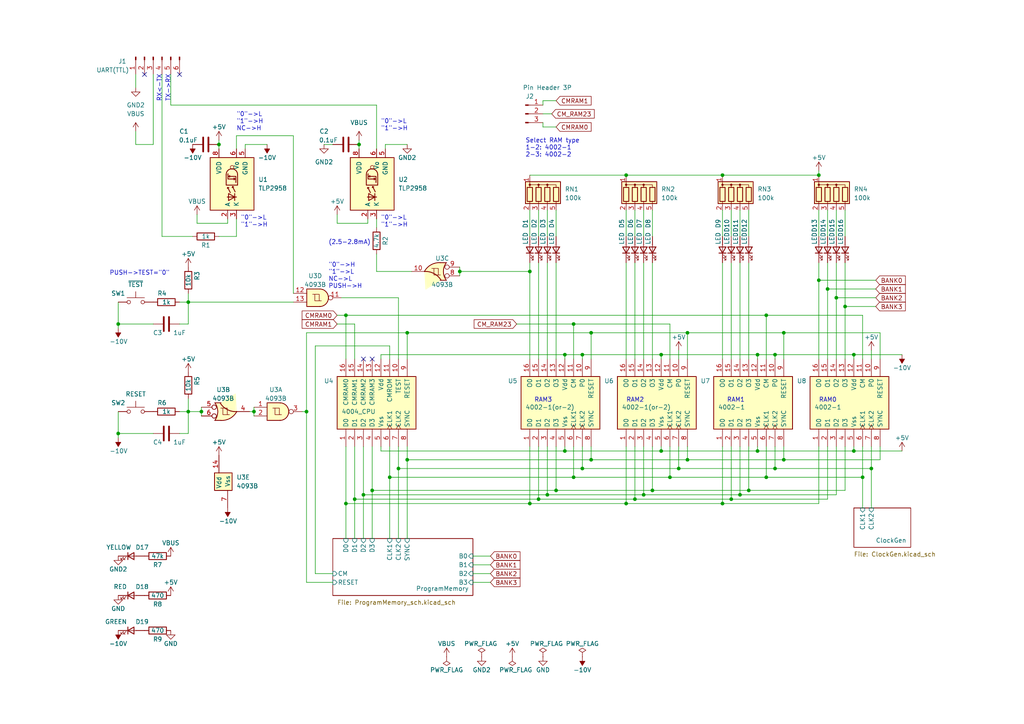
<source format=kicad_sch>
(kicad_sch (version 20211123) (generator eeschema)
  (paper "A4")
  (title_block (title "MSC-4 test board (test4004)") (date "2023-02-24") (rev "1.0") (company "MukaiLab") (comment 1 "Program memory ROM changed: 2716 -> 28C64B(or 2764/256, 28C256)") (comment 2 "Program memory RAM changed: 6116 -> 6268 (or 6168 not tested)"))
  (lib_symbols
    (symbol "000_MyLibrary:4002_RAM"
      (property "Reference" "U" (at -6.35 13.97 0))
      (property "Value" "4002_RAM" (at 0 11.43 0))
      (symbol "4002_RAM_1_0"
        (pin bidirectional line (at -12.7 7.62 0) (length 5.08) (name "D0") (number "1"))
        (pin input line (at 12.7 -7.62 180) (length 5.08) (name "P0") (number "10"))
        (pin input line (at 12.7 -5.08 180) (length 5.08) (name "CM") (number "11"))
        (pin power_in line (at 12.7 -2.54 180) (length 5.08) (name "Vdd") (number "12"))
        (pin output line (at 12.7 0 180) (length 5.08) (name "O3") (number "13"))
        (pin output line (at 12.7 2.54 180) (length 5.08) (name "O2") (number "14"))
        (pin output line (at 12.7 5.08 180) (length 5.08) (name "O1") (number "15"))
        (pin output line (at 12.7 7.62 180) (length 5.08) (name "O0") (number "16"))
        (pin bidirectional line (at -12.7 5.08 0) (length 5.08) (name "D1") (number "2"))
        (pin bidirectional line (at -12.7 2.54 0) (length 5.08) (name "D2") (number "3"))
        (pin bidirectional line (at -12.7 0 0) (length 5.08) (name "D3") (number "4"))
        (pin power_in line (at -12.7 -2.54 0) (length 5.08) (name "Vss") (number "5"))
        (pin input clock (at -12.7 -5.08 0) (length 5.08) (name "CLK1") (number "6"))
        (pin input clock (at -12.7 -7.62 0) (length 5.08) (name "CLK2") (number "7"))
        (pin input line (at -12.7 -10.16 0) (length 5.08) (name "SYNC") (number "8"))
        (pin input line (at 12.7 -10.16 180) (length 5.08) (name "RESET") (number "9"))
      )
    )
    (symbol "000_MyLibrary:4004_CPU"
      (property "Reference" "U" (at -7.62 13.97 0))
      (property "Value" "4004_CPU" (at 0 11.43 0))
      (symbol "4004_CPU_1_0"
        (pin bidirectional line (at -12.7 7.62 0) (length 5.08) (name "D0") (number "1"))
        (pin input line (at 12.7 -7.62 180) (length 5.08) (name "TEST") (number "10"))
        (pin output line (at 12.7 -5.08 180) (length 5.08) (name "CMROM") (number "11"))
        (pin power_in line (at 12.7 -2.54 180) (length 5.08) (name "Vdd") (number "12"))
        (pin output line (at 12.7 0 180) (length 5.08) (name "CMRAM3") (number "13"))
        (pin output line (at 12.7 2.54 180) (length 5.08) (name "CMRAM2") (number "14"))
        (pin output line (at 12.7 5.08 180) (length 5.08) (name "CMRAM1") (number "15"))
        (pin output line (at 12.7 7.62 180) (length 5.08) (name "CMRAM0") (number "16"))
        (pin bidirectional line (at -12.7 5.08 0) (length 5.08) (name "D1") (number "2"))
        (pin bidirectional line (at -12.7 2.54 0) (length 5.08) (name "D2") (number "3"))
        (pin bidirectional line (at -12.7 0 0) (length 5.08) (name "D3") (number "4"))
        (pin power_in line (at -12.7 -2.54 0) (length 5.08) (name "Vss") (number "5"))
        (pin input clock (at -12.7 -5.08 0) (length 5.08) (name "CLK1") (number "6"))
        (pin input clock (at -12.7 -7.62 0) (length 5.08) (name "CLK2") (number "7"))
        (pin output line (at -12.7 -10.16 0) (length 5.08) (name "SYNC") (number "8"))
        (pin input line (at 12.7 -10.16 180) (length 5.08) (name "RESET") (number "9"))
      )
    )
    (symbol "000_MyLibrary:4093B" (pin_names (offset 1.016))
      (property "Reference" "U" (at -1.27 6.35 0))
      (property "Value" "4093B" (at 1.27 3.81 0))
      (symbol "4093B_1_1"
        (pin input line (at -7.62 1.27 0) (length 3.81) (name "~") (number "1"))
        (pin input line (at -7.62 -1.27 0) (length 3.81) (name "~") (number "2"))
        (pin output inverted (at 6.35 0 180) (length 3.81) (name "~") (number "3"))
      )
      (symbol "4093B_1_2"
        (pin input inverted (at -7.62 1.27 0) (length 4.318) (name "~") (number "1"))
        (pin input inverted (at -7.62 -1.27 0) (length 4.318) (name "~") (number "2"))
        (pin output line (at 6.35 0 180) (length 3.81) (name "~") (number "3"))
      )
      (symbol "4093B_2_1"
        (pin output inverted (at 6.35 0 180) (length 3.81) (name "~") (number "4"))
        (pin input line (at -7.62 1.27 0) (length 3.81) (name "~") (number "5"))
        (pin input line (at -7.62 -1.27 0) (length 3.81) (name "~") (number "6"))
      )
      (symbol "4093B_2_2"
        (pin output line (at 6.35 0 180) (length 3.81) (name "~") (number "4"))
        (pin input inverted (at -7.62 1.27 0) (length 4.318) (name "~") (number "5"))
        (pin input inverted (at -7.62 -1.27 0) (length 4.318) (name "~") (number "6"))
      )
      (symbol "4093B_3_1"
        (pin output inverted (at 6.35 0 180) (length 3.81) (name "~") (number "10"))
        (pin input line (at -7.62 1.27 0) (length 3.81) (name "~") (number "8"))
        (pin input line (at -7.62 -1.27 0) (length 3.81) (name "~") (number "9"))
      )
      (symbol "4093B_3_2"
        (pin output line (at 6.35 0 180) (length 3.81) (name "~") (number "10"))
        (pin input inverted (at -7.62 1.27 0) (length 4.318) (name "~") (number "8"))
        (pin input inverted (at -7.62 -1.27 0) (length 4.318) (name "~") (number "9"))
      )
      (symbol "4093B_4_1"
        (pin output inverted (at 6.35 0 180) (length 3.81) (name "~") (number "11"))
        (pin input line (at -7.62 1.27 0) (length 3.81) (name "~") (number "12"))
        (pin input line (at -7.62 -1.27 0) (length 3.81) (name "~") (number "13"))
      )
      (symbol "4093B_4_2"
        (pin output line (at 6.35 0 180) (length 3.81) (name "~") (number "11"))
        (pin input inverted (at -7.62 1.27 0) (length 4.318) (name "~") (number "12"))
        (pin input inverted (at -7.62 -1.27 0) (length 4.318) (name "~") (number "13"))
      )
      (symbol "4093B_5_0"
        (pin power_in line (at -1.27 7.62 270) (length 5.08) (name "Vdd") (number "14"))
        (pin power_in line (at 1.27 -7.62 90) (length 5.08) (name "Vss") (number "7"))
      )
    )
    (symbol "000_MyLibrary:C" (pin_numbers hide) (pin_names (offset 0.254))
      (property "Reference" "C" (at 0.635 2.54 0))
      (property "Value" "C" (at 0.635 -2.54 0))
      (symbol "C_1_1"
        (pin passive line (at 0 3.81 270) (length 2.794) (name "~") (number "1"))
        (pin passive line (at 0 -3.81 90) (length 2.794) (name "~") (number "2"))
      )
    )
    (symbol "000_MyLibrary:Conn_01x03_Male" (pin_names (offset 1.016) hide)
      (property "Reference" "J" (at 0 5.08 0))
      (property "Value" "Conn_01x03_Male" (at 0 -5.08 0))
      (symbol "Conn_01x03_Male_1_1"
        (pin passive line (at 5.08 2.54 180) (length 3.81) (name "Pin_1") (number "1"))
        (pin passive line (at 5.08 0 180) (length 3.81) (name "Pin_2") (number "2"))
        (pin passive line (at 5.08 -2.54 180) (length 3.81) (name "Pin_3") (number "3"))
      )
    )
    (symbol "000_MyLibrary:LED" (pin_numbers hide) (pin_names (offset 1.016) hide)
      (property "Reference" "D" (at 0.254 2.54 0))
      (property "Value" "LED" (at 0.254 -2.54 0))
      (symbol "LED_1_1"
        (pin passive line (at -3.81 0 0) (length 2.54) (name "K") (number "1"))
        (pin passive line (at 3.81 0 180) (length 2.54) (name "A") (number "2"))
      )
    )
    (symbol "000_MyLibrary:R" (pin_numbers hide) (pin_names (offset 0))
      (property "Reference" "R" (at 2.032 0 90))
      (property "Value" "R" (at 0 0 90))
      (symbol "R_1_1"
        (pin passive line (at 0 3.81 270) (length 1.27) (name "~") (number "1"))
        (pin passive line (at 0 -3.81 90) (length 1.27) (name "~") (number "2"))
      )
    )
    (symbol "000_MyLibrary:SW_Push" (pin_numbers hide) (pin_names (offset 1.016) hide)
      (property "Reference" "SW" (at 1.27 2.54 0))
      (property "Value" "SW_Push" (at 0 -1.524 0))
      (symbol "SW_Push_0_1"
        (pin passive line (at -5.08 0 0) (length 2.54) (name "1") (number "1"))
        (pin passive line (at 5.08 0 180) (length 2.54) (name "2") (number "2"))
      )
    )
    (symbol "000_MyLibrary:TLP2958" (pin_names (offset 1.016))
      (property "Reference" "U" (at -6.35 8.89 0))
      (property "Value" "TLP2958" (at 3.81 8.89 0))
      (symbol "TLP2958_1_1"
        (pin no_connect line (at -10.16 5.08 0) (length 2.54) hide (name "NC") (number "1"))
        (pin passive line (at -10.16 2.54 0) (length 2.54) (name "A") (number "2"))
        (pin passive line (at -10.16 0 0) (length 2.54) (name "K") (number "3"))
        (pin no_connect line (at -10.16 -2.54 0) (length 2.54) hide (name "NC") (number "4"))
        (pin power_in line (at 10.16 -2.54 180) (length 2.54) (name "GND") (number "5"))
        (pin output line (at 10.16 0 180) (length 2.54) (name "Vo") (number "6"))
        (pin no_connect line (at 10.16 2.54 180) (length 2.54) hide (name "NC") (number "7"))
        (pin power_in line (at 10.16 5.08 180) (length 2.54) (name "VDD") (number "8"))
      )
    )
    (symbol "Connector:Conn_01x06_Male" (pin_names (offset 1.016) hide)
      (property "Reference" "J" (at 0 7.62 0))
      (property "Value" "Conn_01x06_Male" (at 0 -10.16 0))
      (symbol "Conn_01x06_Male_1_1"
        (pin passive line (at 5.08 5.08 180) (length 3.81) (name "Pin_1") (number "1"))
        (pin passive line (at 5.08 2.54 180) (length 3.81) (name "Pin_2") (number "2"))
        (pin passive line (at 5.08 0 180) (length 3.81) (name "Pin_3") (number "3"))
        (pin passive line (at 5.08 -2.54 180) (length 3.81) (name "Pin_4") (number "4"))
        (pin passive line (at 5.08 -5.08 180) (length 3.81) (name "Pin_5") (number "5"))
        (pin passive line (at 5.08 -7.62 180) (length 3.81) (name "Pin_6") (number "6"))
      )
    )
    (symbol "Device:R_Network04" (pin_names (offset 0) hide)
      (property "Reference" "RN" (at -7.62 0 90))
      (property "Value" "R_Network04" (at 5.08 0 90))
      (symbol "R_Network04_1_1"
        (pin passive line (at -5.08 5.08 270) (length 2.54) (name "common") (number "1"))
        (pin passive line (at -5.08 -5.08 90) (length 1.27) (name "R1") (number "2"))
        (pin passive line (at -2.54 -5.08 90) (length 1.27) (name "R2") (number "3"))
        (pin passive line (at 0 -5.08 90) (length 1.27) (name "R3") (number "4"))
        (pin passive line (at 2.54 -5.08 90) (length 1.27) (name "R4") (number "5"))
      )
    )
    (symbol "power:+5V" (power) (pin_names (offset 0))
      (property "Value" "+5V" (at 0 3.556 0))
      (symbol "+5V_1_1"
        (pin power_in line (at 0 0 90) (length 0) hide (name "+5V") (number "1"))
      )
    )
    (symbol "power:-10V" (power) (pin_names (offset 0))
      (property "Value" "-10V" (at 0 3.81 0))
      (symbol "-10V_0_0"
        (pin power_in line (at 0 0 90) (length 0) hide (name "-10V") (number "1"))
      )
    )
    (symbol "power:GND" (power) (pin_names (offset 0))
      (property "Value" "GND" (at 0 -3.81 0))
      (symbol "GND_1_1"
        (pin power_in line (at 0 0 270) (length 0) hide (name "GND") (number "1"))
      )
    )
    (symbol "power:GND2" (power) (pin_names (offset 0))
      (property "Value" "GND2" (at 0 -3.81 0))
      (symbol "GND2_1_1"
        (pin power_in line (at 0 0 270) (length 0) hide (name "GND2") (number "1"))
      )
    )
    (symbol "power:PWR_FLAG" (power) (pin_numbers hide) (pin_names (offset 0) hide)
      (property "Value" "PWR_FLAG" (at 0 3.81 0))
      (symbol "PWR_FLAG_0_0"
        (pin power_out line (at 0 0 90) (length 0) (name "pwr") (number "1"))
      )
    )
    (symbol "power:VBUS" (power) (pin_names (offset 0))
      (property "Value" "VBUS" (at 0 3.81 0))
      (symbol "VBUS_1_1"
        (pin power_in line (at 0 0 90) (length 0) hide (name "VBUS") (number "1"))
      )
    )
  )
  (junction (at 224.79 102.87))
  (junction (at 168.91 102.87))
  (junction (at 250.19 138.43))
  (junction (at 247.65 102.87))
  (junction (at 54.61 87.63))
  (junction (at 163.83 130.81))
  (junction (at 171.45 96.52))
  (junction (at 166.37 93.98))
  (junction (at 199.39 133.35))
  (junction (at 181.61 50.8))
  (junction (at 107.95 142.24))
  (junction (at 196.85 135.89))
  (junction (at 240.03 83.82))
  (junction (at 186.69 143.51))
  (junction (at 113.03 138.43))
  (junction (at 212.09 144.78))
  (junction (at 171.45 133.35))
  (junction (at 245.11 88.9))
  (junction (at 105.41 143.51))
  (junction (at 252.73 135.89))
  (junction (at 166.37 138.43))
  (junction (at 88.9 119.38))
  (junction (at 54.61 119.38))
  (junction (at 227.33 96.52))
  (junction (at 100.33 146.05))
  (junction (at 184.15 144.78))
  (junction (at 158.75 143.51))
  (junction (at 242.57 86.36))
  (junction (at 118.11 133.35))
  (junction (at 219.71 130.81))
  (junction (at 58.42 119.38))
  (junction (at 73.66 119.38))
  (junction (at 194.31 138.43))
  (junction (at 102.87 144.78))
  (junction (at 104.14 41.91))
  (junction (at 222.25 91.44))
  (junction (at 191.77 102.87))
  (junction (at 153.67 78.74))
  (junction (at 209.55 50.8))
  (junction (at 34.29 125.73))
  (junction (at 168.91 135.89))
  (junction (at 191.77 130.81))
  (junction (at 163.83 102.87))
  (junction (at 153.67 146.05))
  (junction (at 217.17 142.24))
  (junction (at 115.57 135.89))
  (junction (at 156.21 144.78))
  (junction (at 133.35 78.74))
  (junction (at 227.33 133.35))
  (junction (at 219.71 102.87))
  (junction (at 237.49 50.8))
  (junction (at 222.25 138.43))
  (junction (at 161.29 142.24))
  (junction (at 63.5 41.91))
  (junction (at 224.79 135.89))
  (junction (at 199.39 96.52))
  (junction (at 100.33 91.44))
  (junction (at 189.23 142.24))
  (junction (at 214.63 143.51))
  (junction (at 118.11 96.52))
  (junction (at 247.65 130.81))
  (junction (at 181.61 146.05))
  (junction (at 237.49 81.28))
  (junction (at 34.29 93.98))
  (junction (at 209.55 146.05))
  (no_connect (at 105.41 104.14))
  (no_connect (at 41.91 21.59))
  (no_connect (at 52.07 21.59))
  (no_connect (at 107.95 104.14))
  (wire (pts (xy 184.15 129.54) (xy 184.15 144.78)))
  (wire (pts (xy 106.68 64.77) (xy 106.68 63.5)))
  (wire (pts (xy 161.29 76.2) (xy 161.29 104.14)))
  (wire (pts (xy 209.55 60.96) (xy 209.55 68.58)))
  (wire (pts (xy 107.95 142.24) (xy 161.29 142.24)))
  (wire (pts (xy 224.79 129.54) (xy 224.79 135.89)))
  (wire (pts (xy 113.03 104.14) (xy 113.03 100.33)))
  (wire (pts (xy 191.77 130.81) (xy 219.71 130.81)))
  (wire (pts (xy 242.57 129.54) (xy 242.57 143.51)))
  (wire (pts (xy 181.61 50.8) (xy 209.55 50.8)))
  (wire (pts (xy 111.76 41.91) (xy 118.11 41.91)))
  (wire (pts (xy 214.63 60.96) (xy 214.63 68.58)))
  (wire (pts (xy 107.95 129.54) (xy 107.95 142.24)))
  (wire (pts (xy 214.63 76.2) (xy 214.63 104.14)))
  (wire (pts (xy 109.22 78.74) (xy 119.38 78.74)))
  (wire (pts (xy 250.19 138.43) (xy 250.19 147.32)))
  (wire (pts (xy 137.16 163.83) (xy 142.24 163.83)))
  (wire (pts (xy 237.49 60.96) (xy 237.49 68.58)))
  (wire (pts (xy 115.57 135.89) (xy 115.57 156.21)))
  (wire (pts (xy 237.49 129.54) (xy 237.49 146.05)))
  (wire (pts (xy 247.65 102.87) (xy 261.62 102.87)))
  (wire (pts (xy 166.37 129.54) (xy 166.37 138.43)))
  (wire (pts (xy 237.49 81.28) (xy 237.49 104.14)))
  (wire (pts (xy 57.15 64.77) (xy 66.04 64.77)))
  (wire (pts (xy 196.85 129.54) (xy 196.85 135.89)))
  (wire (pts (xy 110.49 102.87) (xy 110.49 104.14)))
  (wire (pts (xy 99.06 86.36) (xy 115.57 86.36)))
  (wire (pts (xy 58.42 119.38) (xy 58.42 120.65)))
  (wire (pts (xy 118.11 96.52) (xy 171.45 96.52)))
  (wire (pts (xy 166.37 138.43) (xy 194.31 138.43)))
  (wire (pts (xy 68.58 39.37) (xy 68.58 43.18)))
  (wire (pts (xy 109.22 63.5) (xy 109.22 66.04)))
  (wire (pts (xy 191.77 129.54) (xy 191.77 130.81)))
  (wire (pts (xy 133.35 77.47) (xy 133.35 78.74)))
  (wire (pts (xy 161.29 129.54) (xy 161.29 142.24)))
  (wire (pts (xy 85.09 39.37) (xy 85.09 85.09)))
  (wire (pts (xy 240.03 83.82) (xy 240.03 104.14)))
  (wire (pts (xy 96.52 41.91) (xy 93.98 41.91)))
  (wire (pts (xy 88.9 119.38) (xy 88.9 168.91)))
  (wire (pts (xy 222.25 138.43) (xy 250.19 138.43)))
  (wire (pts (xy 240.03 129.54) (xy 240.03 144.78)))
  (wire (pts (xy 153.67 129.54) (xy 153.67 146.05)))
  (wire (pts (xy 153.67 50.8) (xy 181.61 50.8)))
  (wire (pts (xy 153.67 78.74) (xy 153.67 104.14)))
  (wire (pts (xy 168.91 102.87) (xy 168.91 104.14)))
  (wire (pts (xy 194.31 93.98) (xy 194.31 104.14)))
  (wire (pts (xy 34.29 125.73) (xy 44.45 125.73)))
  (wire (pts (xy 240.03 76.2) (xy 240.03 83.82)))
  (wire (pts (xy 54.61 87.63) (xy 85.09 87.63)))
  (wire (pts (xy 52.07 87.63) (xy 54.61 87.63)))
  (wire (pts (xy 137.16 161.29) (xy 142.24 161.29)))
  (wire (pts (xy 34.29 127) (xy 34.29 125.73)))
  (wire (pts (xy 157.48 30.48) (xy 157.48 29.21)))
  (wire (pts (xy 73.66 118.11) (xy 73.66 119.38)))
  (wire (pts (xy 109.22 73.66) (xy 109.22 78.74)))
  (wire (pts (xy 68.58 39.37) (xy 85.09 39.37)))
  (wire (pts (xy 252.73 129.54) (xy 252.73 135.89)))
  (wire (pts (xy 133.35 78.74) (xy 153.67 78.74)))
  (wire (pts (xy 212.09 129.54) (xy 212.09 144.78)))
  (wire (pts (xy 153.67 76.2) (xy 153.67 78.74)))
  (wire (pts (xy 68.58 63.5) (xy 68.58 68.58)))
  (wire (pts (xy 149.86 93.98) (xy 166.37 93.98)))
  (wire (pts (xy 109.22 30.48) (xy 109.22 43.18)))
  (wire (pts (xy 58.42 118.11) (xy 58.42 119.38)))
  (wire (pts (xy 250.19 129.54) (xy 250.19 138.43)))
  (wire (pts (xy 100.33 129.54) (xy 100.33 146.05)))
  (wire (pts (xy 250.19 91.44) (xy 222.25 91.44)))
  (wire (pts (xy 72.39 119.38) (xy 73.66 119.38)))
  (wire (pts (xy 158.75 129.54) (xy 158.75 143.51)))
  (wire (pts (xy 168.91 129.54) (xy 168.91 135.89)))
  (wire (pts (xy 100.33 91.44) (xy 222.25 91.44)))
  (wire (pts (xy 153.67 146.05) (xy 181.61 146.05)))
  (wire (pts (xy 97.79 91.44) (xy 100.33 91.44)))
  (wire (pts (xy 224.79 102.87) (xy 224.79 104.14)))
  (wire (pts (xy 199.39 96.52) (xy 199.39 104.14)))
  (wire (pts (xy 189.23 129.54) (xy 189.23 142.24)))
  (wire (pts (xy 196.85 135.89) (xy 224.79 135.89)))
  (wire (pts (xy 166.37 93.98) (xy 194.31 93.98)))
  (wire (pts (xy 171.45 96.52) (xy 199.39 96.52)))
  (wire (pts (xy 217.17 129.54) (xy 217.17 142.24)))
  (wire (pts (xy 39.37 41.91) (xy 44.45 41.91)))
  (wire (pts (xy 184.15 76.2) (xy 184.15 104.14)))
  (wire (pts (xy 54.61 125.73) (xy 54.61 119.38)))
  (wire (pts (xy 158.75 143.51) (xy 186.69 143.51)))
  (wire (pts (xy 219.71 102.87) (xy 219.71 104.14)))
  (wire (pts (xy 240.03 83.82) (xy 254 83.82)))
  (wire (pts (xy 91.44 166.37) (xy 96.52 166.37)))
  (wire (pts (xy 222.25 91.44) (xy 222.25 104.14)))
  (wire (pts (xy 100.33 146.05) (xy 100.33 156.21)))
  (wire (pts (xy 54.61 93.98) (xy 54.61 87.63)))
  (wire (pts (xy 46.99 21.59) (xy 46.99 68.58)))
  (wire (pts (xy 133.35 78.74) (xy 133.35 80.01)))
  (wire (pts (xy 224.79 102.87) (xy 247.65 102.87)))
  (wire (pts (xy 100.33 91.44) (xy 100.33 104.14)))
  (wire (pts (xy 71.12 41.91) (xy 71.12 43.18)))
  (wire (pts (xy 156.21 60.96) (xy 156.21 68.58)))
  (wire (pts (xy 161.29 60.96) (xy 161.29 68.58)))
  (wire (pts (xy 52.07 125.73) (xy 54.61 125.73)))
  (wire (pts (xy 39.37 21.59) (xy 39.37 25.4)))
  (wire (pts (xy 113.03 138.43) (xy 166.37 138.43)))
  (wire (pts (xy 156.21 76.2) (xy 156.21 104.14)))
  (wire (pts (xy 212.09 60.96) (xy 212.09 68.58)))
  (wire (pts (xy 158.75 60.96) (xy 158.75 68.58)))
  (wire (pts (xy 191.77 102.87) (xy 191.77 104.14)))
  (wire (pts (xy 219.71 129.54) (xy 219.71 130.81)))
  (wire (pts (xy 245.11 76.2) (xy 245.11 88.9)))
  (wire (pts (xy 161.29 142.24) (xy 189.23 142.24)))
  (wire (pts (xy 227.33 96.52) (xy 255.27 96.52)))
  (wire (pts (xy 181.61 60.96) (xy 181.61 68.58)))
  (wire (pts (xy 217.17 142.24) (xy 245.11 142.24)))
  (wire (pts (xy 184.15 60.96) (xy 184.15 68.58)))
  (wire (pts (xy 44.45 21.59) (xy 44.45 41.91)))
  (wire (pts (xy 88.9 96.52) (xy 88.9 119.38)))
  (wire (pts (xy 245.11 129.54) (xy 245.11 142.24)))
  (wire (pts (xy 212.09 76.2) (xy 212.09 104.14)))
  (wire (pts (xy 242.57 60.96) (xy 242.57 68.58)))
  (wire (pts (xy 189.23 142.24) (xy 217.17 142.24)))
  (wire (pts (xy 156.21 144.78) (xy 184.15 144.78)))
  (wire (pts (xy 227.33 133.35) (xy 255.27 133.35)))
  (wire (pts (xy 97.79 93.98) (xy 102.87 93.98)))
  (wire (pts (xy 199.39 96.52) (xy 227.33 96.52)))
  (wire (pts (xy 113.03 138.43) (xy 113.03 156.21)))
  (wire (pts (xy 171.45 96.52) (xy 171.45 104.14)))
  (wire (pts (xy 242.57 76.2) (xy 242.57 86.36)))
  (wire (pts (xy 100.33 146.05) (xy 153.67 146.05)))
  (wire (pts (xy 54.61 119.38) (xy 58.42 119.38)))
  (wire (pts (xy 240.03 60.96) (xy 240.03 68.58)))
  (wire (pts (xy 88.9 96.52) (xy 118.11 96.52)))
  (wire (pts (xy 102.87 129.54) (xy 102.87 144.78)))
  (wire (pts (xy 186.69 129.54) (xy 186.69 143.51)))
  (wire (pts (xy 199.39 133.35) (xy 227.33 133.35)))
  (wire (pts (xy 255.27 96.52) (xy 255.27 104.14)))
  (wire (pts (xy 88.9 168.91) (xy 96.52 168.91)))
  (wire (pts (xy 247.65 129.54) (xy 247.65 130.81)))
  (wire (pts (xy 194.31 138.43) (xy 222.25 138.43)))
  (wire (pts (xy 181.61 76.2) (xy 181.61 104.14)))
  (wire (pts (xy 102.87 144.78) (xy 102.87 156.21)))
  (wire (pts (xy 186.69 76.2) (xy 186.69 104.14)))
  (wire (pts (xy 66.04 64.77) (xy 66.04 63.5)))
  (wire (pts (xy 224.79 135.89) (xy 252.73 135.89)))
  (wire (pts (xy 163.83 102.87) (xy 163.83 104.14)))
  (wire (pts (xy 118.11 133.35) (xy 118.11 156.21)))
  (wire (pts (xy 73.66 119.38) (xy 73.66 120.65)))
  (wire (pts (xy 54.61 85.09) (xy 54.61 87.63)))
  (wire (pts (xy 255.27 129.54) (xy 255.27 133.35)))
  (wire (pts (xy 105.41 143.51) (xy 158.75 143.51)))
  (wire (pts (xy 68.58 68.58) (xy 63.5 68.58)))
  (wire (pts (xy 39.37 38.1) (xy 39.37 41.91)))
  (wire (pts (xy 34.29 93.98) (xy 34.29 95.25)))
  (wire (pts (xy 247.65 130.81) (xy 261.62 130.81)))
  (wire (pts (xy 34.29 93.98) (xy 44.45 93.98)))
  (wire (pts (xy 237.49 76.2) (xy 237.49 81.28)))
  (wire (pts (xy 63.5 40.64) (xy 63.5 41.91)))
  (wire (pts (xy 214.63 129.54) (xy 214.63 143.51)))
  (wire (pts (xy 137.16 166.37) (xy 142.24 166.37)))
  (wire (pts (xy 252.73 101.6) (xy 252.73 104.14)))
  (wire (pts (xy 63.5 41.91) (xy 63.5 43.18)))
  (wire (pts (xy 104.14 41.91) (xy 104.14 43.18)))
  (wire (pts (xy 186.69 60.96) (xy 186.69 68.58)))
  (wire (pts (xy 245.11 88.9) (xy 254 88.9)))
  (wire (pts (xy 54.61 115.57) (xy 54.61 119.38)))
  (wire (pts (xy 157.48 33.02) (xy 160.02 33.02)))
  (wire (pts (xy 49.53 21.59) (xy 49.53 30.48)))
  (wire (pts (xy 189.23 76.2) (xy 189.23 104.14)))
  (wire (pts (xy 189.23 60.96) (xy 189.23 68.58)))
  (wire (pts (xy 118.11 129.54) (xy 118.11 133.35)))
  (wire (pts (xy 49.53 30.48) (xy 109.22 30.48)))
  (wire (pts (xy 157.48 36.83) (xy 161.29 36.83)))
  (wire (pts (xy 52.07 119.38) (xy 54.61 119.38)))
  (wire (pts (xy 157.48 29.21) (xy 161.29 29.21)))
  (wire (pts (xy 186.69 143.51) (xy 214.63 143.51)))
  (wire (pts (xy 209.55 50.8) (xy 237.49 50.8)))
  (wire (pts (xy 137.16 168.91) (xy 142.24 168.91)))
  (wire (pts (xy 219.71 102.87) (xy 224.79 102.87)))
  (wire (pts (xy 209.55 146.05) (xy 237.49 146.05)))
  (wire (pts (xy 156.21 129.54) (xy 156.21 144.78)))
  (wire (pts (xy 171.45 129.54) (xy 171.45 133.35)))
  (wire (pts (xy 113.03 129.54) (xy 113.03 138.43)))
  (wire (pts (xy 227.33 129.54) (xy 227.33 133.35)))
  (wire (pts (xy 110.49 129.54) (xy 110.49 130.81)))
  (wire (pts (xy 171.45 133.35) (xy 199.39 133.35)))
  (wire (pts (xy 115.57 86.36) (xy 115.57 104.14)))
  (wire (pts (xy 209.55 76.2) (xy 209.55 104.14)))
  (wire (pts (xy 166.37 93.98) (xy 166.37 104.14)))
  (wire (pts (xy 222.25 129.54) (xy 222.25 138.43)))
  (wire (pts (xy 247.65 104.14) (xy 247.65 102.87)))
  (wire (pts (xy 191.77 102.87) (xy 219.71 102.87)))
  (wire (pts (xy 97.79 64.77) (xy 106.68 64.77)))
  (wire (pts (xy 115.57 129.54) (xy 115.57 135.89)))
  (wire (pts (xy 102.87 144.78) (xy 156.21 144.78)))
  (wire (pts (xy 163.83 130.81) (xy 191.77 130.81)))
  (wire (pts (xy 245.11 88.9) (xy 245.11 104.14)))
  (wire (pts (xy 102.87 93.98) (xy 102.87 104.14)))
  (wire (pts (xy 163.83 102.87) (xy 168.91 102.87)))
  (wire (pts (xy 209.55 129.54) (xy 209.55 146.05)))
  (wire (pts (xy 196.85 101.6) (xy 196.85 104.14)))
  (wire (pts (xy 252.73 135.89) (xy 252.73 147.32)))
  (wire (pts (xy 110.49 102.87) (xy 163.83 102.87)))
  (wire (pts (xy 71.12 41.91) (xy 77.47 41.91)))
  (wire (pts (xy 212.09 144.78) (xy 240.03 144.78)))
  (wire (pts (xy 168.91 135.89) (xy 196.85 135.89)))
  (wire (pts (xy 107.95 142.24) (xy 107.95 156.21)))
  (wire (pts (xy 227.33 96.52) (xy 227.33 104.14)))
  (wire (pts (xy 52.07 93.98) (xy 54.61 93.98)))
  (wire (pts (xy 217.17 76.2) (xy 217.17 104.14)))
  (wire (pts (xy 118.11 133.35) (xy 171.45 133.35)))
  (wire (pts (xy 57.15 62.23) (xy 57.15 64.77)))
  (wire (pts (xy 214.63 143.51) (xy 242.57 143.51)))
  (wire (pts (xy 105.41 129.54) (xy 105.41 143.51)))
  (wire (pts (xy 242.57 86.36) (xy 242.57 104.14)))
  (wire (pts (xy 87.63 119.38) (xy 88.9 119.38)))
  (wire (pts (xy 237.49 49.53) (xy 237.49 50.8)))
  (wire (pts (xy 237.49 81.28) (xy 254 81.28)))
  (wire (pts (xy 110.49 130.81) (xy 163.83 130.81)))
  (wire (pts (xy 181.61 146.05) (xy 209.55 146.05)))
  (wire (pts (xy 91.44 100.33) (xy 91.44 166.37)))
  (wire (pts (xy 153.67 60.96) (xy 153.67 68.58)))
  (wire (pts (xy 157.48 35.56) (xy 157.48 36.83)))
  (wire (pts (xy 105.41 143.51) (xy 105.41 156.21)))
  (wire (pts (xy 113.03 100.33) (xy 91.44 100.33)))
  (wire (pts (xy 34.29 87.63) (xy 34.29 93.98)))
  (wire (pts (xy 250.19 104.14) (xy 250.19 91.44)))
  (wire (pts (xy 118.11 96.52) (xy 118.11 104.14)))
  (wire (pts (xy 163.83 129.54) (xy 163.83 130.81)))
  (wire (pts (xy 194.31 129.54) (xy 194.31 138.43)))
  (wire (pts (xy 104.14 40.64) (xy 104.14 41.91)))
  (wire (pts (xy 46.99 68.58) (xy 55.88 68.58)))
  (wire (pts (xy 111.76 41.91) (xy 111.76 43.18)))
  (wire (pts (xy 158.75 76.2) (xy 158.75 104.14)))
  (wire (pts (xy 168.91 102.87) (xy 191.77 102.87)))
  (wire (pts (xy 217.17 60.96) (xy 217.17 68.58)))
  (wire (pts (xy 181.61 129.54) (xy 181.61 146.05)))
  (wire (pts (xy 184.15 144.78) (xy 212.09 144.78)))
  (wire (pts (xy 97.79 62.23) (xy 97.79 64.77)))
  (wire (pts (xy 115.57 135.89) (xy 168.91 135.89)))
  (wire (pts (xy 34.29 119.38) (xy 34.29 125.73)))
  (wire (pts (xy 242.57 86.36) (xy 254 86.36)))
  (wire (pts (xy 219.71 130.81) (xy 247.65 130.81)))
  (wire (pts (xy 245.11 60.96) (xy 245.11 68.58)))
  (wire (pts (xy 199.39 129.54) (xy 199.39 133.35)))
  (text "TX->RX" (at 49.53 21.59 270) (effects (font (size 1.27 1.27)) (justify right bottom)))
  (text "RAM2" (at 181.61 116.84 0) (effects (font (size 1.27 1.27)) (justify left bottom)))
  (text "RAM3" (at 154.94 116.84 0) (effects (font (size 1.27 1.27)) (justify left bottom)))
  (text "RAM0" (at 237.49 116.84 0) (effects (font (size 1.27 1.27)) (justify left bottom)))
  (text "\"0\"->L\n\"1\"->H" (at 110.49 38.1 0) (effects (font (size 1.27 1.27)) (justify left bottom)))
  (text "PUSH->TEST=\"0\"" (at 31.75 80.01 0) (effects (font (size 1.27 1.27)) (justify left bottom)))
  (text "\"0\"->L\n\"1\"->H" (at 110.49 66.04 0) (effects (font (size 1.27 1.27)) (justify left bottom)))
  (text "Select RAM type\n1-2: 4002-1\n2-3: 4002-2" (at 152.4 45.72 0) (effects (font (size 1.27 1.27)) (justify left bottom)))
  (text "RX<-TX" (at 46.99 21.59 270) (effects (font (size 1.27 1.27)) (justify right bottom)))
  (text "RAM1" (at 210.82 116.84 0) (effects (font (size 1.27 1.27)) (justify left bottom)))
  (text "\"0\"->L\n\"1\"->H" (at 69.85 66.04 0) (effects (font (size 1.27 1.27)) (justify left bottom)))
  (text "(2.5-2.8mA)" (at 95.25 71.12 0) (effects (font (size 1.27 1.27)) (justify left bottom)))
  (text "\"0\"->L\n\"1\"->H\nNC->H" (at 68.58 38.1 0) (effects (font (size 1.27 1.27)) (justify left bottom)))
  (text "\"0\"->H\n\"1\"->L\nNC->L\nPUSH->H" (at 95.25 83.82 0) (effects (font (size 1.27 1.27)) (justify left bottom)))
  (global_label "BANK3" (shape input) (at 142.24 168.91 0) (property "Intersheet References" "${INTERSHEET_REFS}" (effects hide)))
  (global_label "CM_RAM23" (shape input) (at 149.86 93.98 180) (property "Intersheet References" "${INTERSHEET_REFS}" (effects hide)))
  (global_label "BANK1" (shape input) (at 254 83.82 0) (property "Intersheet References" "${INTERSHEET_REFS}" (effects hide)))
  (global_label "BANK2" (shape input) (at 254 86.36 0) (property "Intersheet References" "${INTERSHEET_REFS}" (effects hide)))
  (global_label "CMRAM0" (shape input) (at 97.79 91.44 180) (property "Intersheet References" "${INTERSHEET_REFS}" (effects hide)))
  (global_label "BANK3" (shape input) (at 254 88.9 0) (property "Intersheet References" "${INTERSHEET_REFS}" (effects hide)))
  (global_label "CMRAM1" (shape input) (at 161.29 29.21 0) (property "Intersheet References" "${INTERSHEET_REFS}" (effects hide)))
  (global_label "CMRAM1" (shape input) (at 97.79 93.98 180) (property "Intersheet References" "${INTERSHEET_REFS}" (effects hide)))
  (global_label "CMRAM0" (shape input) (at 161.29 36.83 0) (property "Intersheet References" "${INTERSHEET_REFS}" (effects hide)))
  (global_label "BANK0" (shape input) (at 142.24 161.29 0) (property "Intersheet References" "${INTERSHEET_REFS}" (effects hide)))
  (global_label "BANK0" (shape input) (at 254 81.28 0) (property "Intersheet References" "${INTERSHEET_REFS}" (effects hide)))
  (global_label "BANK1" (shape input) (at 142.24 163.83 0) (property "Intersheet References" "${INTERSHEET_REFS}" (effects hide)))
  (global_label "BANK2" (shape input) (at 142.24 166.37 0) (property "Intersheet References" "${INTERSHEET_REFS}" (effects hide)))
  (global_label "CM_RAM23" (shape input) (at 160.02 33.02 0) (property "Intersheet References" "${INTERSHEET_REFS}" (effects hide)))
  (symbol (lib_id "Device:R_Network04") (at 186.69 55.88 0) (unit 1)
    (property "Reference" "RN2" (at 191.77 54.8639 0) (effects (justify left)))
    (property "Value" "100k" (at 191.77 57.4039 0) (effects (justify left)))
    (property "Footprint" "Resistor_THT:R_Array_SIP5" (effects hide))
    (property "Datasheet" "http://www.vishay.com/docs/31509/csc.pdf" (effects hide))
  )
  (symbol (lib_id "power:+5V") (at 63.5 132.08 0) (unit 1)
    (property "Reference" "#PWR020" (effects hide))
    (property "Value" "+5V" (at 63.5 128.27 0))
  )
  (symbol (lib_id "power:GND2") (at 39.37 25.4 0) (unit 1)
    (property "Reference" "#PWR01" (effects hide))
    (property "Value" "GND2" (at 39.37 30.48 0))
  )
  (symbol (lib_id "000_MyLibrary:R") (at 109.22 69.85 180) (unit 1)
    (property "Reference" "R2" (at 111.76 69.85 90))
    (property "Value" "4.7k" (at 109.22 69.85 90))
  )
  (symbol (lib_id "000_MyLibrary:4004_CPU") (at 107.95 116.84 90) (unit 1)
    (property "Reference" "U4" (at 93.98 110.49 90) (effects (justify right)))
    (property "Value" "4004_CPU" (at 99.06 119.38 90) (effects (justify right)))
  )
  (symbol (lib_id "000_MyLibrary:4002_RAM") (at 189.23 116.84 90) (unit 1)
    (property "Reference" "U6" (at 175.26 110.49 90) (effects (justify right)))
    (property "Value" "4002-1(or-2)" (at 180.34 118.11 90) (effects (justify right)))
  )
  (symbol (lib_id "000_MyLibrary:R") (at 45.72 182.88 90) (unit 1)
    (property "Reference" "R9" (at 45.72 185.42 90))
    (property "Value" "470" (at 45.72 182.88 90))
  )
  (symbol (lib_id "000_MyLibrary:LED") (at 186.69 72.39 90) (unit 1)
    (property "Reference" "D7" (at 185.42 63.5 0) (effects (justify right)))
    (property "Value" "LED" (at 185.42 67.31 0) (effects (justify right)))
  )
  (symbol (lib_id "000_MyLibrary:LED") (at 245.11 72.39 90) (unit 1)
    (property "Reference" "D16" (at 243.84 63.5 0) (effects (justify right)))
    (property "Value" "LED" (at 243.84 67.31 0) (effects (justify right)))
  )
  (symbol (lib_id "000_MyLibrary:LED") (at 38.1 161.29 0) (unit 1)
    (property "Reference" "D17" (at 43.18 158.75 0) (effects (justify right)))
    (property "Value" "YELLOW" (at 38.1 158.75 0) (effects (justify right)))
  )
  (symbol (lib_id "power:-10V") (at 34.29 95.25 180) (unit 1)
    (property "Reference" "#PWR013" (effects hide))
    (property "Value" "-10V" (at 31.75 99.06 0) (effects (justify right)))
  )
  (symbol (lib_id "000_MyLibrary:R") (at 48.26 119.38 90) (unit 1)
    (property "Reference" "R6" (at 46.99 116.84 90))
    (property "Value" "1k" (at 48.26 119.38 90))
  )
  (symbol (lib_id "000_MyLibrary:C") (at 48.26 93.98 270) (unit 1)
    (property "Reference" "C3" (at 45.72 96.52 90))
    (property "Value" "1uF" (at 52.07 96.52 90))
  )
  (symbol (lib_id "000_MyLibrary:LED") (at 240.03 72.39 90) (unit 1)
    (property "Reference" "D14" (at 238.76 63.5 0) (effects (justify right)))
    (property "Value" "LED" (at 238.76 67.31 0) (effects (justify right)))
  )
  (symbol (lib_id "power:-10V") (at 261.62 102.87 180) (unit 1)
    (property "Reference" "#PWR016" (effects hide))
    (property "Value" "-10V" (at 261.62 106.68 0))
  )
  (symbol (lib_id "power:-10V") (at 34.29 127 180) (unit 1)
    (property "Reference" "#PWR018" (effects hide))
    (property "Value" "-10V" (at 31.75 130.81 0) (effects (justify right)))
  )
  (symbol (lib_id "000_MyLibrary:R") (at 54.61 111.76 0) (unit 1)
    (property "Reference" "R5" (at 57.15 110.49 90))
    (property "Value" "10k" (at 54.61 111.76 90))
  )
  (symbol (lib_id "000_MyLibrary:Conn_01x03_Male") (at 152.4 33.02 0) (unit 1)
    (property "Reference" "J2" (at 153.67 27.94 0))
    (property "Value" "Pin Header 3P" (at 158.75 25.4 0))
  )
  (symbol (lib_id "000_MyLibrary:LED") (at 217.17 72.39 90) (unit 1)
    (property "Reference" "D12" (at 215.9 63.5 0) (effects (justify right)))
    (property "Value" "LED" (at 215.9 67.31 0) (effects (justify right)))
  )
  (symbol (lib_id "000_MyLibrary:4093B") (at 125.73 78.74 180) (unit 3) (convert 2)
    (property "Reference" "U3" (at 128.27 74.93 0))
    (property "Value" "4093B" (at 128.27 82.55 0))
    (property "Datasheet" "https://toshiba.semicon-storage.com/jp/semiconductor/product/general-purpose-logic-ics/detail.TC4093BP.html" (effects hide))
  )
  (symbol (lib_id "000_MyLibrary:R") (at 54.61 81.28 0) (unit 1)
    (property "Reference" "R3" (at 57.15 80.01 90))
    (property "Value" "10k" (at 54.61 81.28 90))
  )
  (symbol (lib_id "000_MyLibrary:SW_Push") (at 39.37 119.38 0) (unit 1)
    (property "Reference" "SW2" (at 34.29 116.84 0))
    (property "Value" "RESET" (at 39.37 114.3 0))
  )
  (symbol (lib_id "power:+5V") (at 63.5 40.64 0) (unit 1)
    (property "Reference" "#PWR03" (effects hide))
    (property "Value" "+5V" (at 63.5 36.83 0))
  )
  (symbol (lib_id "power:PWR_FLAG") (at 168.91 190.5 0) (unit 1)
    (property "Reference" "#FLG05" (effects hide))
    (property "Value" "PWR_FLAG" (at 168.91 186.69 0))
  )
  (symbol (lib_id "000_MyLibrary:LED") (at 181.61 72.39 90) (unit 1)
    (property "Reference" "D5" (at 180.34 63.5 0) (effects (justify right)))
    (property "Value" "LED" (at 180.34 67.31 0) (effects (justify right)))
  )
  (symbol (lib_id "000_MyLibrary:LED") (at 189.23 72.39 90) (unit 1)
    (property "Reference" "D8" (at 187.96 63.5 0) (effects (justify right)))
    (property "Value" "LED" (at 187.96 67.31 0) (effects (justify right)))
  )
  (symbol (lib_id "power:VBUS") (at 129.54 190.5 0) (unit 1)
    (property "Reference" "#PWR028" (effects hide))
    (property "Value" "VBUS" (at 129.54 186.69 0))
  )
  (symbol (lib_id "power:+5V") (at 148.59 190.5 0) (unit 1)
    (property "Reference" "#PWR030" (effects hide))
    (property "Value" "+5V" (at 148.59 186.69 0))
  )
  (symbol (lib_id "000_MyLibrary:LED") (at 209.55 72.39 90) (unit 1)
    (property "Reference" "D9" (at 208.28 63.5 0) (effects (justify right)))
    (property "Value" "LED" (at 208.28 67.31 0) (effects (justify right)))
  )
  (symbol (lib_id "power:VBUS") (at 39.37 38.1 0) (unit 1)
    (property "Reference" "#PWR02" (effects hide))
    (property "Value" "VBUS" (at 39.37 33.02 0))
  )
  (symbol (lib_id "000_MyLibrary:LED") (at 242.57 72.39 90) (unit 1)
    (property "Reference" "D15" (at 241.3 63.5 0) (effects (justify right)))
    (property "Value" "LED" (at 241.3 67.31 0) (effects (justify right)))
  )
  (symbol (lib_id "power:-10V") (at 55.88 41.91 180) (unit 1)
    (property "Reference" "#PWR05" (effects hide))
    (property "Value" "-10V" (at 55.88 45.72 0))
  )
  (symbol (lib_id "000_MyLibrary:4002_RAM") (at 217.17 116.84 90) (unit 1)
    (property "Reference" "U7" (at 203.2 110.49 90) (effects (justify right)))
    (property "Value" "4002-1" (at 208.28 118.11 90) (effects (justify right)))
  )
  (symbol (lib_id "000_MyLibrary:LED") (at 184.15 72.39 90) (unit 1)
    (property "Reference" "D6" (at 182.88 63.5 0) (effects (justify right)))
    (property "Value" "LED" (at 182.88 67.31 0) (effects (justify right)))
  )
  (symbol (lib_id "000_MyLibrary:C") (at 48.26 125.73 270) (unit 1)
    (property "Reference" "C4" (at 45.72 128.27 90))
    (property "Value" "1uF" (at 52.07 128.27 90))
  )
  (symbol (lib_id "power:VBUS") (at 104.14 40.64 0) (unit 1)
    (property "Reference" "#PWR04" (effects hide))
    (property "Value" "VBUS" (at 104.14 35.56 0))
  )
  (symbol (lib_id "power:+5V") (at 196.85 101.6 0) (unit 1)
    (property "Reference" "#PWR014" (effects hide))
    (property "Value" "+5V" (at 196.85 97.79 0))
  )
  (symbol (lib_id "power:GND2") (at 118.11 41.91 0) (unit 1)
    (property "Reference" "#PWR08" (effects hide))
    (property "Value" "GND2" (at 118.11 45.72 0))
  )
  (symbol (lib_id "000_MyLibrary:LED") (at 158.75 72.39 90) (unit 1)
    (property "Reference" "D3" (at 157.48 63.5 0) (effects (justify right)))
    (property "Value" "LED" (at 157.48 67.31 0) (effects (justify right)))
  )
  (symbol (lib_id "power:-10V") (at 66.04 147.32 180) (unit 1)
    (property "Reference" "#PWR021" (effects hide))
    (property "Value" "-10V" (at 63.5 151.13 0) (effects (justify right)))
  )
  (symbol (lib_id "000_MyLibrary:LED") (at 153.67 72.39 90) (unit 1)
    (property "Reference" "D1" (at 152.4 63.5 0) (effects (justify right)))
    (property "Value" "LED" (at 152.4 67.31 0) (effects (justify right)))
  )
  (symbol (lib_id "power:-10V") (at 77.47 41.91 180) (unit 1)
    (property "Reference" "#PWR06" (effects hide))
    (property "Value" "-10V" (at 77.47 45.72 0))
  )
  (symbol (lib_id "power:-10V") (at 168.91 190.5 180) (unit 1)
    (property "Reference" "#PWR032" (effects hide))
    (property "Value" "-10V" (at 168.91 194.31 0))
  )
  (symbol (lib_id "Device:R_Network04") (at 242.57 55.88 0) (unit 1)
    (property "Reference" "RN4" (at 247.65 54.8639 0) (effects (justify left)))
    (property "Value" "100k" (at 247.65 57.4039 0) (effects (justify left)))
    (property "Footprint" "Resistor_THT:R_Array_SIP5" (effects hide))
    (property "Datasheet" "http://www.vishay.com/docs/31509/csc.pdf" (effects hide))
  )
  (symbol (lib_id "000_MyLibrary:LED") (at 214.63 72.39 90) (unit 1)
    (property "Reference" "D11" (at 213.36 63.5 0) (effects (justify right)))
    (property "Value" "LED" (at 213.36 67.31 0) (effects (justify right)))
  )
  (symbol (lib_id "000_MyLibrary:LED") (at 237.49 72.39 90) (unit 1)
    (property "Reference" "D13" (at 236.22 63.5 0) (effects (justify right)))
    (property "Value" "LED" (at 236.22 67.31 0) (effects (justify right)))
  )
  (symbol (lib_id "000_MyLibrary:LED") (at 212.09 72.39 90) (unit 1)
    (property "Reference" "D10" (at 210.82 63.5 0) (effects (justify right)))
    (property "Value" "LED" (at 210.82 67.31 0) (effects (justify right)))
  )
  (symbol (lib_id "000_MyLibrary:LED") (at 38.1 172.72 0) (unit 1)
    (property "Reference" "D18" (at 43.18 170.18 0) (effects (justify right)))
    (property "Value" "RED" (at 36.83 170.18 0) (effects (justify right)))
  )
  (symbol (lib_id "Device:R_Network04") (at 214.63 55.88 0) (unit 1)
    (property "Reference" "RN3" (at 219.71 54.8639 0) (effects (justify left)))
    (property "Value" "100k" (at 219.71 57.4039 0) (effects (justify left)))
    (property "Footprint" "Resistor_THT:R_Array_SIP5" (effects hide))
    (property "Datasheet" "http://www.vishay.com/docs/31509/csc.pdf" (effects hide))
  )
  (symbol (lib_id "000_MyLibrary:4093B") (at 64.77 139.7 0) (unit 5)
    (property "Reference" "U3" (at 68.58 138.4299 0) (effects (justify left)))
    (property "Value" "4093B" (at 68.58 140.9699 0) (effects (justify left)))
    (property "Datasheet" "https://toshiba.semicon-storage.com/jp/semiconductor/product/general-purpose-logic-ics/detail.TC4093BP.html" (effects hide))
  )
  (symbol (lib_id "000_MyLibrary:LED") (at 161.29 72.39 90) (unit 1)
    (property "Reference" "D4" (at 160.02 63.5 0) (effects (justify right)))
    (property "Value" "LED" (at 160.02 67.31 0) (effects (justify right)))
  )
  (symbol (lib_id "000_MyLibrary:4093B") (at 66.04 119.38 0) (unit 2) (convert 2)
    (property "Reference" "U3" (at 64.77 113.03 0))
    (property "Value" "4093B" (at 64.77 115.57 0))
    (property "Datasheet" "https://toshiba.semicon-storage.com/jp/semiconductor/product/general-purpose-logic-ics/detail.TC4093BP.html" (effects hide))
  )
  (symbol (lib_id "000_MyLibrary:R") (at 45.72 161.29 90) (unit 1)
    (property "Reference" "R7" (at 45.72 163.83 90))
    (property "Value" "47k" (at 45.72 161.29 90))
  )
  (symbol (lib_id "power:GND") (at 157.48 190.5 0) (unit 1)
    (property "Reference" "#PWR031" (effects hide))
    (property "Value" "GND" (at 157.48 194.31 0))
  )
  (symbol (lib_id "000_MyLibrary:R") (at 59.69 68.58 90) (unit 1)
    (property "Reference" "R1" (at 59.69 71.12 90))
    (property "Value" "1k" (at 59.69 68.58 90))
  )
  (symbol (lib_id "000_MyLibrary:TLP2958") (at 68.58 53.34 90) (unit 1)
    (property "Reference" "U1" (at 74.93 52.0699 90) (effects (justify right)))
    (property "Value" "TLP2958" (at 74.93 54.6099 90) (effects (justify right)))
    (property "Footprint" "Package_DIP:DIP-8_W7.62mm" (effects hide))
    (property "Datasheet" "https://toshiba.semicon-storage.com/jp/semiconductor/product/optoelectronics/detail.TLP2958.html" (effects hide))
  )
  (symbol (lib_id "power:+5V") (at 49.53 172.72 0) (unit 1)
    (property "Reference" "#PWR025" (effects hide))
    (property "Value" "+5V" (at 49.53 168.91 0))
  )
  (symbol (lib_id "000_MyLibrary:4093B") (at 81.28 119.38 0) (unit 1)
    (property "Reference" "U3" (at 80.01 113.03 0))
    (property "Value" "4093B" (at 80.01 115.57 0))
    (property "Datasheet" "https://toshiba.semicon-storage.com/jp/semiconductor/product/general-purpose-logic-ics/detail.TC4093BP.html" (effects hide))
  )
  (symbol (lib_id "power:VBUS") (at 49.53 161.29 0) (unit 1)
    (property "Reference" "#PWR023" (effects hide))
    (property "Value" "VBUS" (at 49.53 157.48 0))
  )
  (symbol (lib_id "power:GND2") (at 93.98 41.91 0) (unit 1)
    (property "Reference" "#PWR07" (effects hide))
    (property "Value" "GND2" (at 93.98 46.99 0))
  )
  (symbol (lib_id "000_MyLibrary:C") (at 100.33 41.91 90) (unit 1)
    (property "Reference" "C2" (at 93.98 38.1 90))
    (property "Value" "0.1uF" (at 95.25 40.64 90))
  )
  (symbol (lib_id "power:PWR_FLAG") (at 157.48 190.5 0) (unit 1)
    (property "Reference" "#FLG04" (effects hide))
    (property "Value" "PWR_FLAG" (at 153.67 186.69 0) (effects (justify left)))
  )
  (symbol (lib_id "000_MyLibrary:R") (at 45.72 172.72 90) (unit 1)
    (property "Reference" "R8" (at 45.72 175.26 90))
    (property "Value" "470" (at 45.72 172.72 90))
  )
  (symbol (lib_id "power:-10V") (at 34.29 182.88 180) (unit 1)
    (property "Reference" "#PWR026" (effects hide))
    (property "Value" "-10V" (at 34.29 186.69 0))
  )
  (symbol (lib_id "000_MyLibrary:4002_RAM") (at 161.29 116.84 90) (unit 1)
    (property "Reference" "U5" (at 147.32 110.49 90) (effects (justify right)))
    (property "Value" "4002-1(or-2)" (at 152.4 118.11 90) (effects (justify right)))
  )
  (symbol (lib_id "Connector:Conn_01x06_Male") (at 44.45 16.51 90) (mirror x) (unit 1)
    (property "Reference" "J1" (at 34.29 17.78 90) (effects (justify right)))
    (property "Value" "UART(TTL)" (at 27.94 20.32 90) (effects (justify right)))
  )
  (symbol (lib_id "power:+5V") (at 252.73 101.6 0) (unit 1)
    (property "Reference" "#PWR015" (effects hide))
    (property "Value" "+5V" (at 252.73 97.79 0))
  )
  (symbol (lib_id "power:+5V") (at 237.49 49.53 0) (unit 1)
    (property "Reference" "#PWR09" (effects hide))
    (property "Value" "+5V" (at 237.49 45.72 0))
  )
  (symbol (lib_id "power:+5V") (at 54.61 107.95 0) (unit 1)
    (property "Reference" "#PWR017" (effects hide))
    (property "Value" "+5V" (at 54.61 104.14 0))
  )
  (symbol (lib_id "000_MyLibrary:LED") (at 38.1 182.88 0) (unit 1)
    (property "Reference" "D19" (at 43.18 180.34 0) (effects (justify right)))
    (property "Value" "GREEN" (at 36.83 180.34 0) (effects (justify right)))
  )
  (symbol (lib_id "power:PWR_FLAG") (at 148.59 190.5 180) (unit 1)
    (property "Reference" "#FLG03" (effects hide))
    (property "Value" "PWR_FLAG" (at 144.78 194.31 0) (effects (justify right)))
  )
  (symbol (lib_id "000_MyLibrary:SW_Push") (at 39.37 87.63 0) (unit 1)
    (property "Reference" "SW1" (at 34.29 85.09 0))
    (property "Value" "~{TEST}" (at 39.37 82.55 0))
  )
  (symbol (lib_id "power:VBUS") (at 57.15 62.23 0) (unit 1)
    (property "Reference" "#PWR010" (effects hide))
    (property "Value" "VBUS" (at 57.15 58.42 0))
  )
  (symbol (lib_id "power:PWR_FLAG") (at 129.54 190.5 180) (unit 1)
    (property "Reference" "#FLG01" (effects hide))
    (property "Value" "PWR_FLAG" (at 129.54 194.31 0))
  )
  (symbol (lib_id "power:GND") (at 49.53 182.88 0) (unit 1)
    (property "Reference" "#PWR027" (effects hide))
    (property "Value" "GND" (at 49.53 186.69 0))
  )
  (symbol (lib_id "000_MyLibrary:TLP2958") (at 109.22 53.34 90) (unit 1)
    (property "Reference" "U2" (at 115.57 52.0699 90) (effects (justify right)))
    (property "Value" "TLP2958" (at 115.57 54.6099 90) (effects (justify right)))
    (property "Footprint" "Package_DIP:DIP-8_W7.62mm" (effects hide))
    (property "Datasheet" "https://toshiba.semicon-storage.com/jp/semiconductor/product/optoelectronics/detail.TLP2958.html" (effects hide))
  )
  (symbol (lib_id "power:GND2") (at 34.29 161.29 0) (unit 1)
    (property "Reference" "#PWR022" (effects hide))
    (property "Value" "GND2" (at 34.29 165.1 0))
  )
  (symbol (lib_id "000_MyLibrary:LED") (at 156.21 72.39 90) (unit 1)
    (property "Reference" "D2" (at 154.94 63.5 0) (effects (justify right)))
    (property "Value" "LED" (at 154.94 67.31 0) (effects (justify right)))
  )
  (symbol (lib_id "power:PWR_FLAG") (at 139.7 190.5 0) (unit 1)
    (property "Reference" "#FLG02" (effects hide))
    (property "Value" "PWR_FLAG" (at 134.62 186.69 0) (effects (justify left)))
  )
  (symbol (lib_id "000_MyLibrary:4002_RAM") (at 245.11 116.84 90) (unit 1)
    (property "Reference" "U8" (at 231.14 110.49 90) (effects (justify right)))
    (property "Value" "4002-1" (at 236.22 118.11 90) (effects (justify right)))
  )
  (symbol (lib_id "power:GND") (at 34.29 172.72 0) (unit 1)
    (property "Reference" "#PWR024" (effects hide))
    (property "Value" "GND" (at 34.29 176.53 0))
  )
  (symbol (lib_id "Device:R_Network04") (at 158.75 55.88 0) (unit 1)
    (property "Reference" "RN1" (at 163.83 54.8639 0) (effects (justify left)))
    (property "Value" "100k" (at 163.83 57.4039 0) (effects (justify left)))
    (property "Footprint" "Resistor_THT:R_Array_SIP5" (effects hide))
    (property "Datasheet" "http://www.vishay.com/docs/31509/csc.pdf" (effects hide))
  )
  (symbol (lib_id "000_MyLibrary:4093B") (at 92.71 86.36 0) (unit 4)
    (property "Reference" "U3" (at 91.44 80.01 0))
    (property "Value" "4093B" (at 91.44 82.55 0))
    (property "Datasheet" "https://toshiba.semicon-storage.com/jp/semiconductor/product/general-purpose-logic-ics/detail.TC4093BP.html" (effects hide))
  )
  (symbol (lib_id "power:+5V") (at 97.79 62.23 0) (unit 1)
    (property "Reference" "#PWR011" (effects hide))
    (property "Value" "+5V" (at 97.79 58.42 0))
  )
  (symbol (lib_id "power:+5V") (at 54.61 77.47 0) (unit 1)
    (property "Reference" "#PWR012" (effects hide))
    (property "Value" "+5V" (at 54.61 73.66 0))
  )
  (symbol (lib_id "power:GND2") (at 139.7 190.5 0) (unit 1)
    (property "Reference" "#PWR029" (effects hide))
    (property "Value" "GND2" (at 139.7 194.31 0))
  )
  (symbol (lib_id "000_MyLibrary:C") (at 59.69 41.91 90) (unit 1)
    (property "Reference" "C1" (at 53.34 38.1 90))
    (property "Value" "0.1uF" (at 54.61 40.64 90))
  )
  (symbol (lib_id "power:+5V") (at 261.62 130.81 0) (unit 1)
    (property "Reference" "#PWR019" (effects hide))
    (property "Value" "+5V" (at 261.62 127 0))
  )
  (symbol (lib_id "000_MyLibrary:R") (at 48.26 87.63 90) (unit 1)
    (property "Reference" "R4" (at 46.99 85.09 90))
    (property "Value" "1k" (at 48.26 87.63 90))
  )
  (sheet (at 247.65 147.32) (size 16.51 11.43) (stroke (width 0.1524))
    (property "Sheet name" "ClockGen" (at 254 157.48 0) (effects (justify left bottom)))
    (property "Sheet file" "ClockGen.kicad_sch" (at 247.65 160.02 0) (effects (justify left top)))
    (pin "CLK1" input (at 250.19 147.32 90))
    (pin "CLK2" input (at 252.73 147.32 90))
  )
  (sheet (at 96.52 156.21) (size 40.64 16.51) (stroke (width 0.1524))
    (property "Sheet name" "ProgramMemory" (at 120.65 171.45 0) (effects (justify left bottom)))
    (property "Sheet file" "ProgramMemory_sch.kicad_sch" (at 97.79 173.99 0) (effects (justify left top)))
    (pin "D0" input (at 100.33 156.21 90))
    (pin "D1" input (at 102.87 156.21 90))
    (pin "D2" input (at 105.41 156.21 90))
    (pin "SYNC" input (at 118.11 156.21 90))
    (pin "CLK2" input (at 115.57 156.21 90))
    (pin "D3" input (at 107.95 156.21 90))
    (pin "CLK1" input (at 113.03 156.21 90))
    (pin "CM" input (at 96.52 166.37 180))
    (pin "RESET" input (at 96.52 168.91 180))
    (pin "B1" input (at 137.16 163.83 0))
    (pin "B0" input (at 137.16 161.29 0))
    (pin "B2" input (at 137.16 166.37 0))
    (pin "B3" input (at 137.16 168.91 0))
  )
)
</source>
